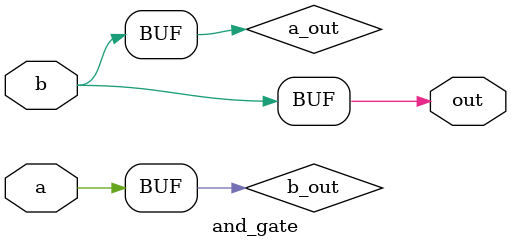
<source format=v>

module and_gate( 
    input a, 
    input b, 
    output out );

    // assing the AND of a and b to out
wire a_out;
wire b_out;

and and_gate(a_out, b);
and and_gate_and_gate(b_out, a);
or or_gate(out, a_out);

endmodule

</source>
